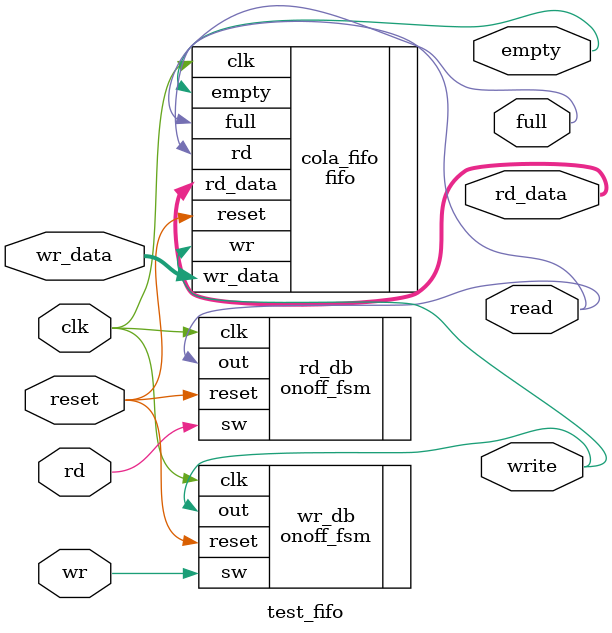
<source format=v>
`timescale 1ns / 1ps
module test_fifo
#(
parameter B=4,W=4
)
(
		input wire clk, reset, rd, wr,
		input wire [B-1:0] wr_data,
		output wire full,empty,
		output wire [B-1:0] rd_data,
		output wire read,write
    );

	onoff_fsm rd_db (.clk(clk),.reset(reset),.sw(rd),.out(read));
	onoff_fsm wr_db (.clk(clk),.reset(reset),.sw(wr),.out(write));

	fifo #(.B(B), .W(W)) cola_fifo (.clk(clk),.reset(reset),
						 .wr_data(wr_data), .full(full),
						 .empty(empty), .rd_data(rd_data),
						 .rd(read), .wr(write) );

endmodule

</source>
